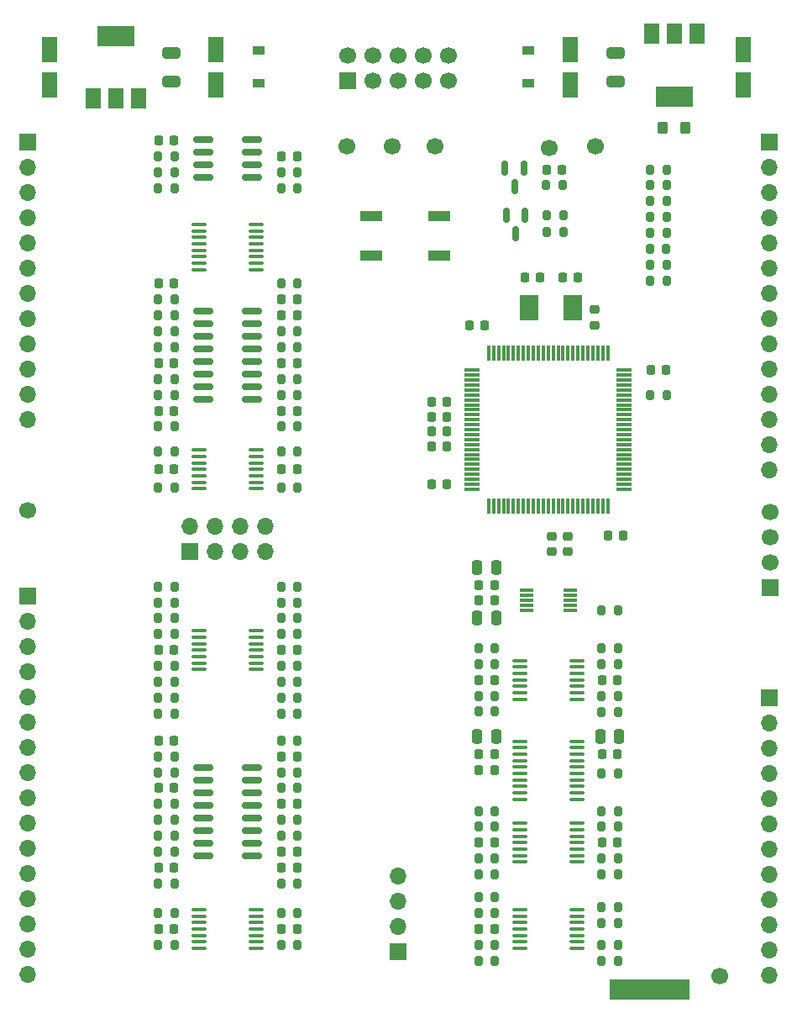
<source format=gbr>
%TF.GenerationSoftware,KiCad,Pcbnew,(6.0.11)*%
%TF.CreationDate,2023-05-22T17:30:27+01:00*%
%TF.ProjectId,Quango_Components,5175616e-676f-45f4-936f-6d706f6e656e,rev?*%
%TF.SameCoordinates,Original*%
%TF.FileFunction,Soldermask,Top*%
%TF.FilePolarity,Negative*%
%FSLAX46Y46*%
G04 Gerber Fmt 4.6, Leading zero omitted, Abs format (unit mm)*
G04 Created by KiCad (PCBNEW (6.0.11)) date 2023-05-22 17:30:27*
%MOMM*%
%LPD*%
G01*
G04 APERTURE LIST*
G04 Aperture macros list*
%AMRoundRect*
0 Rectangle with rounded corners*
0 $1 Rounding radius*
0 $2 $3 $4 $5 $6 $7 $8 $9 X,Y pos of 4 corners*
0 Add a 4 corners polygon primitive as box body*
4,1,4,$2,$3,$4,$5,$6,$7,$8,$9,$2,$3,0*
0 Add four circle primitives for the rounded corners*
1,1,$1+$1,$2,$3*
1,1,$1+$1,$4,$5*
1,1,$1+$1,$6,$7*
1,1,$1+$1,$8,$9*
0 Add four rect primitives between the rounded corners*
20,1,$1+$1,$2,$3,$4,$5,0*
20,1,$1+$1,$4,$5,$6,$7,0*
20,1,$1+$1,$6,$7,$8,$9,0*
20,1,$1+$1,$8,$9,$2,$3,0*%
G04 Aperture macros list end*
%ADD10C,0.100000*%
%ADD11R,1.700000X1.700000*%
%ADD12O,1.700000X1.700000*%
%ADD13RoundRect,0.200000X0.200000X0.275000X-0.200000X0.275000X-0.200000X-0.275000X0.200000X-0.275000X0*%
%ADD14RoundRect,0.200000X-0.200000X-0.275000X0.200000X-0.275000X0.200000X0.275000X-0.200000X0.275000X0*%
%ADD15R,1.900000X2.500000*%
%ADD16RoundRect,0.225000X0.225000X0.250000X-0.225000X0.250000X-0.225000X-0.250000X0.225000X-0.250000X0*%
%ADD17RoundRect,0.225000X-0.225000X-0.250000X0.225000X-0.250000X0.225000X0.250000X-0.225000X0.250000X0*%
%ADD18C,1.700000*%
%ADD19RoundRect,0.100000X-0.637500X-0.100000X0.637500X-0.100000X0.637500X0.100000X-0.637500X0.100000X0*%
%ADD20RoundRect,0.150000X-0.825000X-0.150000X0.825000X-0.150000X0.825000X0.150000X-0.825000X0.150000X0*%
%ADD21RoundRect,0.250000X-0.550000X1.050000X-0.550000X-1.050000X0.550000X-1.050000X0.550000X1.050000X0*%
%ADD22RoundRect,0.250000X0.275000X0.350000X-0.275000X0.350000X-0.275000X-0.350000X0.275000X-0.350000X0*%
%ADD23R,1.500000X2.000000*%
%ADD24R,3.800000X2.000000*%
%ADD25RoundRect,0.250000X-0.650000X0.325000X-0.650000X-0.325000X0.650000X-0.325000X0.650000X0.325000X0*%
%ADD26R,1.200000X0.900000*%
%ADD27RoundRect,0.075000X-0.725000X0.075000X-0.725000X-0.075000X0.725000X-0.075000X0.725000X0.075000X0*%
%ADD28RoundRect,0.075000X-0.075000X0.725000X-0.075000X-0.725000X0.075000X-0.725000X0.075000X0.725000X0*%
%ADD29RoundRect,0.250000X0.650000X-0.325000X0.650000X0.325000X-0.650000X0.325000X-0.650000X-0.325000X0*%
%ADD30RoundRect,0.250000X-0.250000X-0.475000X0.250000X-0.475000X0.250000X0.475000X-0.250000X0.475000X0*%
%ADD31RoundRect,0.225000X-0.250000X0.225000X-0.250000X-0.225000X0.250000X-0.225000X0.250000X0.225000X0*%
%ADD32RoundRect,0.150000X-0.150000X0.587500X-0.150000X-0.587500X0.150000X-0.587500X0.150000X0.587500X0*%
%ADD33RoundRect,0.250000X0.250000X0.475000X-0.250000X0.475000X-0.250000X-0.475000X0.250000X-0.475000X0*%
%ADD34R,1.400000X0.300000*%
%ADD35R,2.200000X1.000000*%
%ADD36RoundRect,0.100000X0.637500X0.100000X-0.637500X0.100000X-0.637500X-0.100000X0.637500X-0.100000X0*%
%ADD37RoundRect,0.225000X0.250000X-0.225000X0.250000X0.225000X-0.250000X0.225000X-0.250000X-0.225000X0*%
G04 APERTURE END LIST*
%TO.C,FID1*%
G36*
X119800000Y-138350000D02*
G01*
X111800000Y-138350000D01*
X111800000Y-136350000D01*
X119800000Y-136350000D01*
X119800000Y-138350000D01*
G37*
D10*
X119800000Y-138350000D02*
X111800000Y-138350000D01*
X111800000Y-136350000D01*
X119800000Y-136350000D01*
X119800000Y-138350000D01*
%TD*%
D11*
%TO.C,J3*%
X127900000Y-52000000D03*
D12*
X127900000Y-54540000D03*
X127900000Y-57080000D03*
X127900000Y-59620000D03*
X127900000Y-62160000D03*
X127900000Y-64700000D03*
X127900000Y-67240000D03*
X127900000Y-69780000D03*
X127900000Y-72320000D03*
X127900000Y-74860000D03*
X127900000Y-77400000D03*
X127900000Y-79940000D03*
X127900000Y-82480000D03*
X127900000Y-85020000D03*
%TD*%
D13*
%TO.C,R3*%
X67925000Y-55100000D03*
X66275000Y-55100000D03*
%TD*%
D14*
%TO.C,R10*%
X66275000Y-53500000D03*
X67925000Y-53500000D03*
%TD*%
%TO.C,R29*%
X66275000Y-118700000D03*
X67925000Y-118700000D03*
%TD*%
D13*
%TO.C,R33*%
X67925000Y-120300000D03*
X66275000Y-120300000D03*
%TD*%
D14*
%TO.C,R17*%
X66275000Y-113900000D03*
X67925000Y-113900000D03*
%TD*%
D13*
%TO.C,R87*%
X112625000Y-130700000D03*
X110975000Y-130700000D03*
%TD*%
D15*
%TO.C,Y1*%
X108100000Y-68700000D03*
X103700000Y-68700000D03*
%TD*%
D16*
%TO.C,C29*%
X80275000Y-74300000D03*
X78725000Y-74300000D03*
%TD*%
D14*
%TO.C,R4*%
X66275000Y-56700000D03*
X67925000Y-56700000D03*
%TD*%
%TO.C,R52*%
X66275000Y-83200000D03*
X67925000Y-83200000D03*
%TD*%
D13*
%TO.C,R82*%
X117525000Y-56400000D03*
X115875000Y-56400000D03*
%TD*%
D14*
%TO.C,R35*%
X78675000Y-117100000D03*
X80325000Y-117100000D03*
%TD*%
D17*
%TO.C,C55*%
X98625000Y-115300000D03*
X100175000Y-115300000D03*
%TD*%
D13*
%TO.C,R28*%
X80325000Y-120300000D03*
X78675000Y-120300000D03*
%TD*%
%TO.C,R44*%
X112625000Y-124200000D03*
X110975000Y-124200000D03*
%TD*%
D16*
%TO.C,C53*%
X100175000Y-96700000D03*
X98625000Y-96700000D03*
%TD*%
D18*
%TO.C,TP3*%
X89900000Y-52500000D03*
%TD*%
D13*
%TO.C,R78*%
X117525000Y-66000000D03*
X115875000Y-66000000D03*
%TD*%
%TO.C,R66*%
X80325000Y-109600000D03*
X78675000Y-109600000D03*
%TD*%
D19*
%TO.C,U11*%
X108462500Y-120650000D03*
X108462500Y-121300000D03*
X108462500Y-121950000D03*
X108462500Y-122600000D03*
X108462500Y-123250000D03*
X108462500Y-123900000D03*
X108462500Y-124550000D03*
X102737500Y-124550000D03*
X102737500Y-123900000D03*
X102737500Y-123250000D03*
X102737500Y-122600000D03*
X102737500Y-121950000D03*
X102737500Y-121300000D03*
X102737500Y-120650000D03*
%TD*%
D18*
%TO.C,J5*%
X127950000Y-89280000D03*
X127950000Y-91820000D03*
X127950000Y-94360000D03*
D11*
X127950000Y-96900000D03*
%TD*%
D17*
%TO.C,C5*%
X93825000Y-79700000D03*
X95375000Y-79700000D03*
%TD*%
D14*
%TO.C,R73*%
X66275000Y-101600000D03*
X67925000Y-101600000D03*
%TD*%
%TO.C,R43*%
X110975000Y-103007933D03*
X112625000Y-103007933D03*
%TD*%
D18*
%TO.C,TP4*%
X94200000Y-52500000D03*
%TD*%
D17*
%TO.C,C31*%
X66325000Y-79100000D03*
X67875000Y-79100000D03*
%TD*%
D13*
%TO.C,R93*%
X100225000Y-134500000D03*
X98575000Y-134500000D03*
%TD*%
%TO.C,R25*%
X67925000Y-71100000D03*
X66275000Y-71100000D03*
%TD*%
D17*
%TO.C,C3*%
X93825000Y-78200000D03*
X95375000Y-78200000D03*
%TD*%
D14*
%TO.C,R49*%
X110975000Y-119400000D03*
X112625000Y-119400000D03*
%TD*%
%TO.C,R64*%
X78675000Y-96800000D03*
X80325000Y-96800000D03*
%TD*%
D16*
%TO.C,C32*%
X80275000Y-69500000D03*
X78725000Y-69500000D03*
%TD*%
D14*
%TO.C,R69*%
X66275000Y-100000000D03*
X67925000Y-100000000D03*
%TD*%
D16*
%TO.C,C37*%
X100175000Y-106200000D03*
X98625000Y-106200000D03*
%TD*%
%TO.C,C56*%
X100175000Y-131300000D03*
X98625000Y-131300000D03*
%TD*%
D14*
%TO.C,R85*%
X110975000Y-99200000D03*
X112625000Y-99200000D03*
%TD*%
D20*
%TO.C,U6*%
X75775000Y-69055000D03*
X75775000Y-70325000D03*
X75775000Y-71595000D03*
X75775000Y-72865000D03*
X75775000Y-74135000D03*
X75775000Y-75405000D03*
X75775000Y-76675000D03*
X75775000Y-77945000D03*
X70825000Y-77945000D03*
X70825000Y-76675000D03*
X70825000Y-75405000D03*
X70825000Y-74135000D03*
X70825000Y-72865000D03*
X70825000Y-71595000D03*
X70825000Y-70325000D03*
X70825000Y-69055000D03*
%TD*%
D21*
%TO.C,C20*%
X55300000Y-46300000D03*
X55300000Y-42700000D03*
%TD*%
D18*
%TO.C,TP2*%
X105700000Y-52600000D03*
%TD*%
D16*
%TO.C,C33*%
X80275000Y-123500000D03*
X78725000Y-123500000D03*
%TD*%
D13*
%TO.C,R14*%
X67925000Y-126700000D03*
X66275000Y-126700000D03*
%TD*%
%TO.C,R59*%
X80325000Y-129700000D03*
X78675000Y-129700000D03*
%TD*%
%TO.C,R12*%
X80325000Y-56700000D03*
X78675000Y-56700000D03*
%TD*%
D16*
%TO.C,C16*%
X117475000Y-75000000D03*
X115925000Y-75000000D03*
%TD*%
D17*
%TO.C,C45*%
X78725000Y-103200000D03*
X80275000Y-103200000D03*
%TD*%
D13*
%TO.C,R55*%
X80325000Y-83200000D03*
X78675000Y-83200000D03*
%TD*%
D22*
%TO.C,L1*%
X117150000Y-50600000D03*
X119450000Y-50600000D03*
%TD*%
D13*
%TO.C,R31*%
X80325000Y-115500000D03*
X78675000Y-115500000D03*
%TD*%
D23*
%TO.C,U3*%
X64300000Y-47650000D03*
D24*
X62000000Y-41350000D03*
D23*
X62000000Y-47650000D03*
X59700000Y-47650000D03*
%TD*%
D17*
%TO.C,C34*%
X66325000Y-117100000D03*
X67875000Y-117100000D03*
%TD*%
D16*
%TO.C,C46*%
X67875000Y-103200000D03*
X66325000Y-103200000D03*
%TD*%
D13*
%TO.C,R70*%
X80325000Y-100000000D03*
X78675000Y-100000000D03*
%TD*%
D14*
%TO.C,R15*%
X78675000Y-126700000D03*
X80325000Y-126700000D03*
%TD*%
D16*
%TO.C,C41*%
X67875000Y-85000000D03*
X66325000Y-85000000D03*
%TD*%
D25*
%TO.C,C6*%
X112400000Y-45975000D03*
X112400000Y-43025000D03*
%TD*%
D17*
%TO.C,C23*%
X78725000Y-79100000D03*
X80275000Y-79100000D03*
%TD*%
D19*
%TO.C,U8*%
X108462500Y-112375000D03*
X108462500Y-113025000D03*
X108462500Y-113675000D03*
X108462500Y-114325000D03*
X108462500Y-114975000D03*
X108462500Y-115625000D03*
X108462500Y-116275000D03*
X108462500Y-116925000D03*
X108462500Y-117575000D03*
X108462500Y-118225000D03*
X102737500Y-118225000D03*
X102737500Y-117575000D03*
X102737500Y-116925000D03*
X102737500Y-116275000D03*
X102737500Y-115625000D03*
X102737500Y-114975000D03*
X102737500Y-114325000D03*
X102737500Y-113675000D03*
X102737500Y-113025000D03*
X102737500Y-112375000D03*
%TD*%
D14*
%TO.C,R72*%
X66275000Y-109600000D03*
X67925000Y-109600000D03*
%TD*%
D13*
%TO.C,R58*%
X80325000Y-132900000D03*
X78675000Y-132900000D03*
%TD*%
D14*
%TO.C,R65*%
X78675000Y-98400000D03*
X80325000Y-98400000D03*
%TD*%
D26*
%TO.C,D3*%
X76400000Y-42850000D03*
X76400000Y-46150000D03*
%TD*%
D13*
%TO.C,R1*%
X107025000Y-56400000D03*
X105375000Y-56400000D03*
%TD*%
%TO.C,R38*%
X112625000Y-107807933D03*
X110975000Y-107807933D03*
%TD*%
D27*
%TO.C,U2*%
X113275000Y-75000000D03*
X113275000Y-75500000D03*
X113275000Y-76000000D03*
X113275000Y-76500000D03*
X113275000Y-77000000D03*
X113275000Y-77500000D03*
X113275000Y-78000000D03*
X113275000Y-78500000D03*
X113275000Y-79000000D03*
X113275000Y-79500000D03*
X113275000Y-80000000D03*
X113275000Y-80500000D03*
X113275000Y-81000000D03*
X113275000Y-81500000D03*
X113275000Y-82000000D03*
X113275000Y-82500000D03*
X113275000Y-83000000D03*
X113275000Y-83500000D03*
X113275000Y-84000000D03*
X113275000Y-84500000D03*
X113275000Y-85000000D03*
X113275000Y-85500000D03*
X113275000Y-86000000D03*
X113275000Y-86500000D03*
X113275000Y-87000000D03*
D28*
X111600000Y-88675000D03*
X111100000Y-88675000D03*
X110600000Y-88675000D03*
X110100000Y-88675000D03*
X109600000Y-88675000D03*
X109100000Y-88675000D03*
X108600000Y-88675000D03*
X108100000Y-88675000D03*
X107600000Y-88675000D03*
X107100000Y-88675000D03*
X106600000Y-88675000D03*
X106100000Y-88675000D03*
X105600000Y-88675000D03*
X105100000Y-88675000D03*
X104600000Y-88675000D03*
X104100000Y-88675000D03*
X103600000Y-88675000D03*
X103100000Y-88675000D03*
X102600000Y-88675000D03*
X102100000Y-88675000D03*
X101600000Y-88675000D03*
X101100000Y-88675000D03*
X100600000Y-88675000D03*
X100100000Y-88675000D03*
X99600000Y-88675000D03*
D27*
X97925000Y-87000000D03*
X97925000Y-86500000D03*
X97925000Y-86000000D03*
X97925000Y-85500000D03*
X97925000Y-85000000D03*
X97925000Y-84500000D03*
X97925000Y-84000000D03*
X97925000Y-83500000D03*
X97925000Y-83000000D03*
X97925000Y-82500000D03*
X97925000Y-82000000D03*
X97925000Y-81500000D03*
X97925000Y-81000000D03*
X97925000Y-80500000D03*
X97925000Y-80000000D03*
X97925000Y-79500000D03*
X97925000Y-79000000D03*
X97925000Y-78500000D03*
X97925000Y-78000000D03*
X97925000Y-77500000D03*
X97925000Y-77000000D03*
X97925000Y-76500000D03*
X97925000Y-76000000D03*
X97925000Y-75500000D03*
X97925000Y-75000000D03*
D28*
X99600000Y-73325000D03*
X100100000Y-73325000D03*
X100600000Y-73325000D03*
X101100000Y-73325000D03*
X101600000Y-73325000D03*
X102100000Y-73325000D03*
X102600000Y-73325000D03*
X103100000Y-73325000D03*
X103600000Y-73325000D03*
X104100000Y-73325000D03*
X104600000Y-73325000D03*
X105100000Y-73325000D03*
X105600000Y-73325000D03*
X106100000Y-73325000D03*
X106600000Y-73325000D03*
X107100000Y-73325000D03*
X107600000Y-73325000D03*
X108100000Y-73325000D03*
X108600000Y-73325000D03*
X109100000Y-73325000D03*
X109600000Y-73325000D03*
X110100000Y-73325000D03*
X110600000Y-73325000D03*
X111100000Y-73325000D03*
X111600000Y-73325000D03*
%TD*%
D13*
%TO.C,R41*%
X100225000Y-109400000D03*
X98575000Y-109400000D03*
%TD*%
D17*
%TO.C,C42*%
X78725000Y-85000000D03*
X80275000Y-85000000D03*
%TD*%
D13*
%TO.C,R77*%
X117515000Y-62810000D03*
X115865000Y-62810000D03*
%TD*%
D16*
%TO.C,C24*%
X80275000Y-67900000D03*
X78725000Y-67900000D03*
%TD*%
D17*
%TO.C,C18*%
X93825000Y-81200000D03*
X95375000Y-81200000D03*
%TD*%
D29*
%TO.C,C17*%
X67600000Y-43025000D03*
X67600000Y-45975000D03*
%TD*%
D20*
%TO.C,U5*%
X75775000Y-51795000D03*
X75775000Y-53065000D03*
X75775000Y-54335000D03*
X75775000Y-55605000D03*
X70825000Y-55605000D03*
X70825000Y-54335000D03*
X70825000Y-53065000D03*
X70825000Y-51795000D03*
%TD*%
D17*
%TO.C,C25*%
X78725000Y-53500000D03*
X80275000Y-53500000D03*
%TD*%
D14*
%TO.C,R22*%
X66275000Y-75900000D03*
X67925000Y-75900000D03*
%TD*%
D13*
%TO.C,R54*%
X80325000Y-86800000D03*
X78675000Y-86800000D03*
%TD*%
D14*
%TO.C,R75*%
X78675000Y-108000000D03*
X80325000Y-108000000D03*
%TD*%
D13*
%TO.C,R45*%
X112625000Y-121000000D03*
X110975000Y-121000000D03*
%TD*%
D14*
%TO.C,R11*%
X78675000Y-55100000D03*
X80325000Y-55100000D03*
%TD*%
%TO.C,R74*%
X78675000Y-101600000D03*
X80325000Y-101600000D03*
%TD*%
%TO.C,R42*%
X110975000Y-109407933D03*
X112625000Y-109407933D03*
%TD*%
%TO.C,R57*%
X66275000Y-132900000D03*
X67925000Y-132900000D03*
%TD*%
D30*
%TO.C,C48*%
X112750000Y-111900000D03*
X110850000Y-111900000D03*
%TD*%
D23*
%TO.C,U1*%
X116000000Y-41150000D03*
D24*
X118300000Y-47450000D03*
D23*
X118300000Y-41150000D03*
X120600000Y-41150000D03*
%TD*%
D14*
%TO.C,R62*%
X66275000Y-96800000D03*
X67925000Y-96800000D03*
%TD*%
D13*
%TO.C,R79*%
X117525000Y-61200000D03*
X115875000Y-61200000D03*
%TD*%
D14*
%TO.C,R46*%
X98575000Y-121000000D03*
X100225000Y-121000000D03*
%TD*%
D21*
%TO.C,C12*%
X72100000Y-46300000D03*
X72100000Y-42700000D03*
%TD*%
D14*
%TO.C,R24*%
X78675000Y-75900000D03*
X80325000Y-75900000D03*
%TD*%
%TO.C,R19*%
X105475000Y-61100000D03*
X107125000Y-61100000D03*
%TD*%
D21*
%TO.C,C11*%
X107800000Y-46300000D03*
X107800000Y-42700000D03*
%TD*%
D14*
%TO.C,R53*%
X66275000Y-86800000D03*
X67925000Y-86800000D03*
%TD*%
D13*
%TO.C,R18*%
X107125000Y-59400000D03*
X105475000Y-59400000D03*
%TD*%
D19*
%TO.C,U12*%
X76162500Y-83050000D03*
X76162500Y-83700000D03*
X76162500Y-84350000D03*
X76162500Y-85000000D03*
X76162500Y-85650000D03*
X76162500Y-86300000D03*
X76162500Y-86950000D03*
X70437500Y-86950000D03*
X70437500Y-86300000D03*
X70437500Y-85650000D03*
X70437500Y-85000000D03*
X70437500Y-84350000D03*
X70437500Y-83700000D03*
X70437500Y-83050000D03*
%TD*%
D14*
%TO.C,R68*%
X66275000Y-108000000D03*
X67925000Y-108000000D03*
%TD*%
D18*
%TO.C,TP7*%
X122900000Y-136000000D03*
%TD*%
D14*
%TO.C,R88*%
X98575000Y-129700000D03*
X100225000Y-129700000D03*
%TD*%
D19*
%TO.C,U10*%
X108462500Y-104250000D03*
X108462500Y-104900000D03*
X108462500Y-105550000D03*
X108462500Y-106200000D03*
X108462500Y-106850000D03*
X108462500Y-107500000D03*
X108462500Y-108150000D03*
X102737500Y-108150000D03*
X102737500Y-107500000D03*
X102737500Y-106850000D03*
X102737500Y-106200000D03*
X102737500Y-105550000D03*
X102737500Y-104900000D03*
X102737500Y-104250000D03*
%TD*%
D17*
%TO.C,C26*%
X66325000Y-112300000D03*
X67875000Y-112300000D03*
%TD*%
%TO.C,C35*%
X66325000Y-125100000D03*
X67875000Y-125100000D03*
%TD*%
D19*
%TO.C,U15*%
X102737500Y-129350000D03*
X102737500Y-130000000D03*
X102737500Y-130650000D03*
X102737500Y-131300000D03*
X102737500Y-131950000D03*
X102737500Y-132600000D03*
X102737500Y-133250000D03*
X108462500Y-133250000D03*
X108462500Y-132600000D03*
X108462500Y-131950000D03*
X108462500Y-131300000D03*
X108462500Y-130650000D03*
X108462500Y-130000000D03*
X108462500Y-129350000D03*
%TD*%
D14*
%TO.C,R91*%
X110975000Y-129100000D03*
X112625000Y-129100000D03*
%TD*%
D13*
%TO.C,R23*%
X80325000Y-72700000D03*
X78675000Y-72700000D03*
%TD*%
%TO.C,R50*%
X100225000Y-119400000D03*
X98575000Y-119400000D03*
%TD*%
D14*
%TO.C,R71*%
X78675000Y-106400000D03*
X80325000Y-106400000D03*
%TD*%
D13*
%TO.C,R2*%
X117525000Y-77500000D03*
X115875000Y-77500000D03*
%TD*%
D18*
%TO.C,TP5*%
X85300000Y-52500000D03*
%TD*%
D13*
%TO.C,R34*%
X67925000Y-123500000D03*
X66275000Y-123500000D03*
%TD*%
D14*
%TO.C,R8*%
X78675000Y-66300000D03*
X80325000Y-66300000D03*
%TD*%
D17*
%TO.C,C47*%
X111025000Y-113707933D03*
X112575000Y-113707933D03*
%TD*%
D26*
%TO.C,D2*%
X103600000Y-42850000D03*
X103600000Y-46150000D03*
%TD*%
D16*
%TO.C,C15*%
X113175000Y-91700000D03*
X111625000Y-91700000D03*
%TD*%
D14*
%TO.C,R89*%
X98575000Y-132900000D03*
X100225000Y-132900000D03*
%TD*%
D18*
%TO.C,TP1*%
X110400000Y-52500000D03*
%TD*%
D31*
%TO.C,C4*%
X110300000Y-68925000D03*
X110300000Y-70475000D03*
%TD*%
D13*
%TO.C,R80*%
X117525000Y-59600000D03*
X115875000Y-59600000D03*
%TD*%
D14*
%TO.C,R27*%
X78675000Y-71100000D03*
X80325000Y-71100000D03*
%TD*%
%TO.C,R9*%
X66275000Y-67900000D03*
X67925000Y-67900000D03*
%TD*%
D13*
%TO.C,R83*%
X117525000Y-54800000D03*
X115875000Y-54800000D03*
%TD*%
D32*
%TO.C,D1*%
X102200000Y-56537500D03*
X101250000Y-54662500D03*
X103150000Y-54662500D03*
%TD*%
D14*
%TO.C,R47*%
X98575000Y-124200000D03*
X100225000Y-124200000D03*
%TD*%
D21*
%TO.C,C14*%
X125300000Y-46300000D03*
X125300000Y-42700000D03*
%TD*%
D13*
%TO.C,R13*%
X67925000Y-115500000D03*
X66275000Y-115500000D03*
%TD*%
D12*
%TO.C,J7*%
X77120000Y-90735000D03*
X77120000Y-93275000D03*
X74580000Y-90735000D03*
X74580000Y-93275000D03*
X72040000Y-90735000D03*
X72040000Y-93275000D03*
X69500000Y-90735000D03*
D11*
X69500000Y-93275000D03*
%TD*%
D14*
%TO.C,R7*%
X78675000Y-80700000D03*
X80325000Y-80700000D03*
%TD*%
%TO.C,R56*%
X66275000Y-129700000D03*
X67925000Y-129700000D03*
%TD*%
D16*
%TO.C,C1*%
X106975000Y-54800000D03*
X105425000Y-54800000D03*
%TD*%
D33*
%TO.C,C50*%
X98450000Y-111900000D03*
X100350000Y-111900000D03*
%TD*%
D13*
%TO.C,R76*%
X117525000Y-64400000D03*
X115875000Y-64400000D03*
%TD*%
D14*
%TO.C,R37*%
X98575000Y-107800000D03*
X100225000Y-107800000D03*
%TD*%
D13*
%TO.C,R20*%
X80325000Y-77500000D03*
X78675000Y-77500000D03*
%TD*%
D12*
%TO.C,J8*%
X90500000Y-125980000D03*
X90500000Y-128520000D03*
X90500000Y-131060000D03*
D11*
X90500000Y-133600000D03*
%TD*%
D14*
%TO.C,R48*%
X110975000Y-125800000D03*
X112625000Y-125800000D03*
%TD*%
D34*
%TO.C,U9*%
X107800000Y-97200000D03*
X107800000Y-97700000D03*
X107800000Y-98200000D03*
X107800000Y-98700000D03*
X107800000Y-99200000D03*
X103400000Y-99200000D03*
X103400000Y-98700000D03*
X103400000Y-98200000D03*
X103400000Y-97700000D03*
X103400000Y-97200000D03*
%TD*%
D35*
%TO.C,RESET1*%
X94600000Y-59500000D03*
X87800000Y-59500000D03*
X87800000Y-63500000D03*
X94600000Y-63500000D03*
%TD*%
D14*
%TO.C,R16*%
X78675000Y-112300000D03*
X80325000Y-112300000D03*
%TD*%
D13*
%TO.C,R60*%
X67925000Y-104800000D03*
X66275000Y-104800000D03*
%TD*%
D16*
%TO.C,C28*%
X80275000Y-113900000D03*
X78725000Y-113900000D03*
%TD*%
D14*
%TO.C,R36*%
X98575000Y-104600000D03*
X100225000Y-104600000D03*
%TD*%
D17*
%TO.C,C44*%
X78725000Y-131300000D03*
X80275000Y-131300000D03*
%TD*%
D16*
%TO.C,C39*%
X100175000Y-122600000D03*
X98625000Y-122600000D03*
%TD*%
D19*
%TO.C,U13*%
X76162500Y-129350000D03*
X76162500Y-130000000D03*
X76162500Y-130650000D03*
X76162500Y-131300000D03*
X76162500Y-131950000D03*
X76162500Y-132600000D03*
X76162500Y-133250000D03*
X70437500Y-133250000D03*
X70437500Y-132600000D03*
X70437500Y-131950000D03*
X70437500Y-131300000D03*
X70437500Y-130650000D03*
X70437500Y-130000000D03*
X70437500Y-129350000D03*
%TD*%
D13*
%TO.C,R5*%
X67925000Y-69500000D03*
X66275000Y-69500000D03*
%TD*%
D16*
%TO.C,C43*%
X67875000Y-131300000D03*
X66325000Y-131300000D03*
%TD*%
D13*
%TO.C,R51*%
X100225000Y-125800000D03*
X98575000Y-125800000D03*
%TD*%
D14*
%TO.C,R67*%
X78675000Y-104800000D03*
X80325000Y-104800000D03*
%TD*%
D17*
%TO.C,C40*%
X111025000Y-122600000D03*
X112575000Y-122600000D03*
%TD*%
D32*
%TO.C,Q1*%
X103250000Y-59400000D03*
X101350000Y-59400000D03*
X102300000Y-61275000D03*
%TD*%
D17*
%TO.C,C27*%
X78725000Y-125100000D03*
X80275000Y-125100000D03*
%TD*%
D13*
%TO.C,R81*%
X117525000Y-58000000D03*
X115875000Y-58000000D03*
%TD*%
D14*
%TO.C,R84*%
X110975000Y-115600000D03*
X112625000Y-115600000D03*
%TD*%
D13*
%TO.C,R61*%
X67925000Y-106400000D03*
X66275000Y-106400000D03*
%TD*%
D16*
%TO.C,C9*%
X104775000Y-65700000D03*
X103225000Y-65700000D03*
%TD*%
D17*
%TO.C,C19*%
X93825000Y-82700000D03*
X95375000Y-82700000D03*
%TD*%
D16*
%TO.C,C51*%
X100175000Y-98200000D03*
X98625000Y-98200000D03*
%TD*%
D33*
%TO.C,C52*%
X98450000Y-100000000D03*
X100350000Y-100000000D03*
%TD*%
D14*
%TO.C,R21*%
X66275000Y-72700000D03*
X67925000Y-72700000D03*
%TD*%
D17*
%TO.C,C10*%
X93825000Y-86500000D03*
X95375000Y-86500000D03*
%TD*%
D14*
%TO.C,R30*%
X66275000Y-121900000D03*
X67925000Y-121900000D03*
%TD*%
%TO.C,R90*%
X110975000Y-134500000D03*
X112625000Y-134500000D03*
%TD*%
%TO.C,R92*%
X98575000Y-128100000D03*
X100225000Y-128100000D03*
%TD*%
D13*
%TO.C,R6*%
X67925000Y-80700000D03*
X66275000Y-80700000D03*
%TD*%
D17*
%TO.C,C21*%
X66325000Y-66300000D03*
X67875000Y-66300000D03*
%TD*%
D36*
%TO.C,U4*%
X70437500Y-64875000D03*
X70437500Y-64225000D03*
X70437500Y-63575000D03*
X70437500Y-62925000D03*
X70437500Y-62275000D03*
X70437500Y-61625000D03*
X70437500Y-60975000D03*
X70437500Y-60325000D03*
X76162500Y-60325000D03*
X76162500Y-60975000D03*
X76162500Y-61625000D03*
X76162500Y-62275000D03*
X76162500Y-62925000D03*
X76162500Y-63575000D03*
X76162500Y-64225000D03*
X76162500Y-64875000D03*
%TD*%
D14*
%TO.C,R63*%
X66275000Y-98400000D03*
X67925000Y-98400000D03*
%TD*%
D37*
%TO.C,C2*%
X107600000Y-93275000D03*
X107600000Y-91725000D03*
%TD*%
D18*
%TO.C,TP6*%
X53100000Y-89100000D03*
%TD*%
D13*
%TO.C,R86*%
X112625000Y-132900000D03*
X110975000Y-132900000D03*
%TD*%
D14*
%TO.C,R32*%
X78675000Y-121900000D03*
X80325000Y-121900000D03*
%TD*%
D17*
%TO.C,C22*%
X66325000Y-51900000D03*
X67875000Y-51900000D03*
%TD*%
D13*
%TO.C,R39*%
X112625000Y-104607933D03*
X110975000Y-104607933D03*
%TD*%
D16*
%TO.C,C49*%
X100175000Y-113700000D03*
X98625000Y-113700000D03*
%TD*%
D17*
%TO.C,C38*%
X111025000Y-106207933D03*
X112575000Y-106207933D03*
%TD*%
D18*
%TO.C,J6*%
X95580000Y-43322500D03*
X95580000Y-45862500D03*
X93040000Y-43322500D03*
X93040000Y-45862500D03*
X90500000Y-43322500D03*
X90500000Y-45862500D03*
X87960000Y-43322500D03*
X87960000Y-45862500D03*
X85420000Y-43322500D03*
D11*
X85420000Y-45862500D03*
%TD*%
D17*
%TO.C,C7*%
X97625000Y-70500000D03*
X99175000Y-70500000D03*
%TD*%
D19*
%TO.C,U14*%
X76162500Y-101250000D03*
X76162500Y-101900000D03*
X76162500Y-102550000D03*
X76162500Y-103200000D03*
X76162500Y-103850000D03*
X76162500Y-104500000D03*
X76162500Y-105150000D03*
X70437500Y-105150000D03*
X70437500Y-104500000D03*
X70437500Y-103850000D03*
X70437500Y-103200000D03*
X70437500Y-102550000D03*
X70437500Y-101900000D03*
X70437500Y-101250000D03*
%TD*%
D20*
%TO.C,U7*%
X75775000Y-115055000D03*
X75775000Y-116325000D03*
X75775000Y-117595000D03*
X75775000Y-118865000D03*
X75775000Y-120135000D03*
X75775000Y-121405000D03*
X75775000Y-122675000D03*
X75775000Y-123945000D03*
X70825000Y-123945000D03*
X70825000Y-122675000D03*
X70825000Y-121405000D03*
X70825000Y-120135000D03*
X70825000Y-118865000D03*
X70825000Y-117595000D03*
X70825000Y-116325000D03*
X70825000Y-115055000D03*
%TD*%
D17*
%TO.C,C30*%
X66325000Y-74300000D03*
X67875000Y-74300000D03*
%TD*%
D37*
%TO.C,C13*%
X106000000Y-93275000D03*
X106000000Y-91725000D03*
%TD*%
D33*
%TO.C,C54*%
X98450000Y-94900000D03*
X100350000Y-94900000D03*
%TD*%
D17*
%TO.C,C8*%
X107025000Y-65700000D03*
X108575000Y-65700000D03*
%TD*%
D13*
%TO.C,R26*%
X67925000Y-77500000D03*
X66275000Y-77500000D03*
%TD*%
D16*
%TO.C,C36*%
X80275000Y-118700000D03*
X78725000Y-118700000D03*
%TD*%
D13*
%TO.C,R40*%
X100225000Y-103000000D03*
X98575000Y-103000000D03*
%TD*%
D12*
%TO.C,J1*%
X53100000Y-79940000D03*
X53100000Y-77400000D03*
X53100000Y-74860000D03*
X53100000Y-72320000D03*
X53100000Y-69780000D03*
X53100000Y-67240000D03*
X53100000Y-64700000D03*
X53100000Y-62160000D03*
X53100000Y-59620000D03*
X53100000Y-57080000D03*
X53100000Y-54540000D03*
D11*
X53100000Y-52000000D03*
%TD*%
D12*
%TO.C,J2*%
X53100000Y-135900000D03*
X53100000Y-133360000D03*
X53100000Y-130820000D03*
X53100000Y-128280000D03*
X53100000Y-125740000D03*
X53100000Y-123200000D03*
X53100000Y-120660000D03*
X53100000Y-118120000D03*
X53100000Y-115580000D03*
X53100000Y-113040000D03*
X53100000Y-110500000D03*
X53100000Y-107960000D03*
X53100000Y-105420000D03*
X53100000Y-102880000D03*
X53100000Y-100340000D03*
D11*
X53100000Y-97800000D03*
%TD*%
D12*
%TO.C,J4*%
X127900000Y-135940000D03*
X127900000Y-133400000D03*
X127900000Y-130860000D03*
X127900000Y-128320000D03*
X127900000Y-125780000D03*
X127900000Y-123240000D03*
X127900000Y-120700000D03*
X127900000Y-118160000D03*
X127900000Y-115620000D03*
X127900000Y-113080000D03*
X127900000Y-110540000D03*
D11*
X127900000Y-108000000D03*
%TD*%
M02*

</source>
